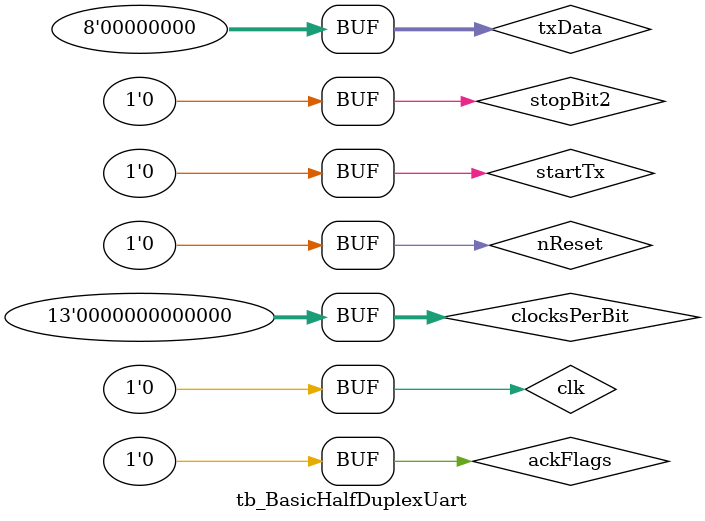
<source format=v>
/*
Author: Sebastien Riou (acapola)
Creation date: 19:45:19 10/31/2010 

$LastChangedDate$
$LastChangedBy$
$LastChangedRevision$
$HeadURL$				 

This file is under the BSD licence:
Copyright (c) 2011, Sebastien Riou

All rights reserved.

Redistribution and use in source and binary forms, with or without modification, are permitted provided that the following conditions are met:

Redistributions of source code must retain the above copyright notice, this list of conditions and the following disclaimer. 
Redistributions in binary form must reproduce the above copyright notice, this list of conditions and the following disclaimer in the documentation and/or other materials provided with the distribution. 
The names of contributors may not be used to endorse or promote products derived from this software without specific prior written permission. 
THIS SOFTWARE IS PROVIDED BY THE COPYRIGHT HOLDERS AND CONTRIBUTORS
"AS IS" AND ANY EXPRESS OR IMPLIED WARRANTIES, INCLUDING, BUT NOT
LIMITED TO, THE IMPLIED WARRANTIES OF MERCHANTABILITY AND FITNESS FOR
A PARTICULAR PURPOSE ARE DISCLAIMED. IN NO EVENT SHALL THE COPYRIGHT OWNER OR
CONTRIBUTORS BE LIABLE FOR ANY DIRECT, INDIRECT, INCIDENTAL, SPECIAL,
EXEMPLARY, OR CONSEQUENTIAL DAMAGES (INCLUDING, BUT NOT LIMITED TO,
PROCUREMENT OF SUBSTITUTE GOODS OR SERVICES; LOSS OF USE, DATA, OR
PROFITS; OR BUSINESS INTERRUPTION) HOWEVER CAUSED AND ON ANY THEORY OF
LIABILITY, WHETHER IN CONTRACT, STRICT LIABILITY, OR TORT (INCLUDING
NEGLIGENCE OR OTHERWISE) ARISING IN ANY WAY OUT OF THE USE OF THIS
SOFTWARE, EVEN IF ADVISED OF THE POSSIBILITY OF SUCH DAMAGE.
*/
`default_nettype none
`timescale 1ns / 1ps

module tb_BasicHalfDuplexUart;

	// Inputs
	reg [7:0] txData;
	reg [12:0] clocksPerBit;
	reg stopBit2;
	reg startTx;
	reg ackFlags;
	reg clk;
	reg nReset;

	// Outputs
	wire [7:0] rxData;
	wire overrunErrorFlag;
	wire dataOutReadyFlag;
	wire frameErrorFlag;
	wire run;
	wire rxStartBit;
	wire txFull;
	wire isTx;

	// Bidirs
	wire serialLine;

	// Instantiate the Unit Under Test (UUT)
	BasicHalfDuplexUart uut (
		.rxData(rxData), 
		.overrunErrorFlag(overrunErrorFlag), 
		.dataOutReadyFlag(dataOutReadyFlag), 
		.frameErrorFlag(frameErrorFlag), 
		.run(run), 
		.rxStartBit(rxStartBit), 
		.txFull(txFull), 
		.isTx(isTx), 
		.serialLine(serialLine), 
		.txData(txData), 
		.clocksPerBit(clocksPerBit), 
		.stopBit2(stopBit2), 
		.startTx(startTx), 
		.ackFlags(ackFlags), 
		.clk(clk), 
		.nReset(nReset)
	);

	initial begin
		// Initialize Inputs
		txData = 0;
		clocksPerBit = 0;
		stopBit2 = 0;
		startTx = 0;
		ackFlags = 0;
		clk = 0;
		nReset = 0;

		// Wait 100 ns for global reset to finish
		#100;
        
		// Add stimulus here

	end
      
endmodule
`default_nettype wire


</source>
